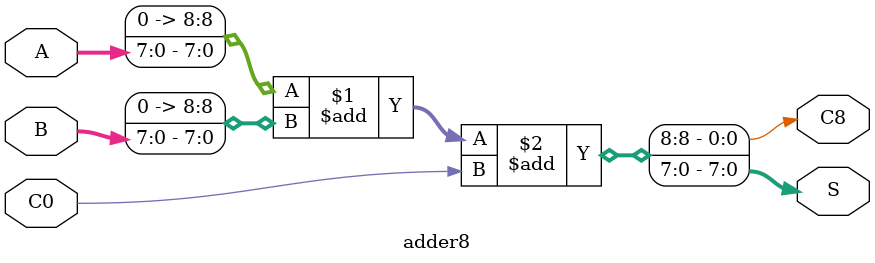
<source format=v>
`timescale 1ns / 1ps
module adder8(
    input [7:0] A,
    input [7:0] B,
    input C0,
    output [7:0] S,
    output C8
    );

  assign {C8,S} = {1'b0, A} + {1'b0, B} + C0;
  

endmodule

</source>
